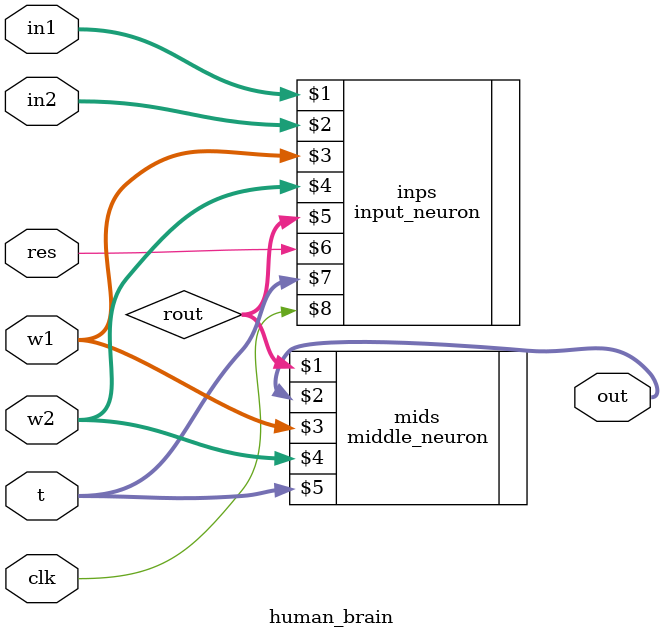
<source format=v>
`timescale 1ns / 1ps
module human_brain(in1,in2,clk,w1,w2,out,res,t);
    
input [3:0]in1,in2,w1,w2,t;
output [3:0]out;
input clk,res;

wire [3:0]rout;

input_neuron inps( in1 ,in2 , w1 , w2 ,rout ,res,t,clk);
middle_neuron mids(rout,out,w1,w2,t);

endmodule

</source>
